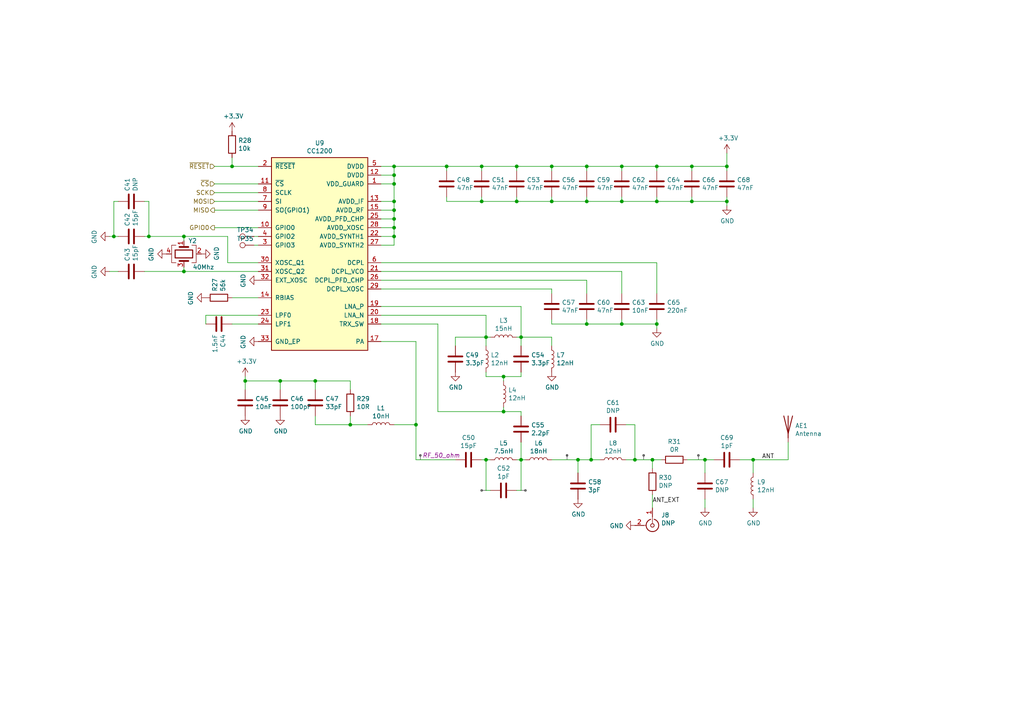
<source format=kicad_sch>
(kicad_sch (version 20230409) (generator eeschema)
  (paper "A4")
  (title_block (title "Troopers 23 Badge") (rev "r2") (company "Monad Gottfried Ltd. 2023") (comment 1 "for ERNW Enno Rey Netzwerke GmbH"))
  (lib_symbols
    (symbol "Connector:Conn_Coaxial" (pin_names (offset 1.016) hide)
      (property "Reference" "J" (at 0.254 3.048 0))
      (property "Value" "Conn_Coaxial" (at 2.921 0 90))
      (symbol "Conn_Coaxial_0_1"
        (arc (start -1.778 -0.508) (mid 0.2311 -1.8066) (end 1.778 0) (stroke (width 0.254)))
        (polyline (pts (xy -2.54 0) (xy -0.508 0)))
        (polyline (pts (xy 0 -2.54) (xy 0 -1.778)))
        (circle (center 0 0) (radius 0.508) (stroke (width 0.2032)))
        (arc (start 1.778 0) (mid 0.2099 1.8101) (end -1.778 0.508) (stroke (width 0.254)))
      )
      (symbol "Conn_Coaxial_1_1"
        (pin passive line (at -5.08 0 0) (length 2.54) (name "In") (number "1"))
        (pin passive line (at 0 -5.08 90) (length 2.54) (name "Ext") (number "2"))
      )
    )
    (symbol "Connector:TestPoint" (pin_numbers hide) (pin_names (offset 0.762) hide)
      (property "Reference" "TP" (at 0 6.858 0))
      (property "Value" "TestPoint" (at 0 5.08 0))
      (symbol "TestPoint_0_1"
        (circle (center 0 3.302) (radius 0.762))
      )
      (symbol "TestPoint_1_1"
        (pin passive line (at 0 0 90) (length 2.54) (name "1") (number "1"))
      )
    )
    (symbol "Device:Antenna" (pin_numbers hide) (pin_names (offset 1.016) hide)
      (property "Reference" "AE" (at -1.905 1.905 0))
      (property "Value" "Antenna" (at -1.905 0 0))
      (symbol "Antenna_0_1"
        (polyline (pts (xy 0 2.54) (xy 0 -3.81)) (stroke (width 0.254)))
        (polyline (pts (xy 1.27 2.54) (xy 0 -2.54) (xy -1.27 2.54)) (stroke (width 0.254)))
      )
      (symbol "Antenna_1_1"
        (pin input line (at 0 -5.08 90) (length 2.54) (name "A") (number "1"))
      )
    )
    (symbol "Device:C" (pin_numbers hide) (pin_names (offset 0.254))
      (property "Reference" "C" (at 0.635 2.54 0))
      (property "Value" "C" (at 0.635 -2.54 0))
      (symbol "C_0_1"
        (polyline (pts (xy -2.032 -0.762) (xy 2.032 -0.762)) (stroke (width 0.508)))
        (polyline (pts (xy -2.032 0.762) (xy 2.032 0.762)) (stroke (width 0.508)))
      )
      (symbol "C_1_1"
        (pin passive line (at 0 3.81 270) (length 2.794) (name "~") (number "1"))
        (pin passive line (at 0 -3.81 90) (length 2.794) (name "~") (number "2"))
      )
    )
    (symbol "Device:Crystal_GND24" (pin_names (offset 1.016) hide)
      (property "Reference" "Y" (at 3.175 5.08 0))
      (property "Value" "Crystal_GND24" (at 3.175 3.175 0))
      (symbol "Crystal_GND24_0_1"
        (rectangle (start -1.143 2.54) (end 1.143 -2.54) (stroke (width 0.3048)))
        (polyline (pts (xy -2.54 0) (xy -2.032 0)))
        (polyline (pts (xy -2.032 -1.27) (xy -2.032 1.27)) (stroke (width 0.508)))
        (polyline (pts (xy 0 -3.81) (xy 0 -3.556)))
        (polyline (pts (xy 0 3.556) (xy 0 3.81)))
        (polyline (pts (xy 2.032 -1.27) (xy 2.032 1.27)) (stroke (width 0.508)))
        (polyline (pts (xy 2.032 0) (xy 2.54 0)))
        (polyline (pts (xy -2.54 -2.286) (xy -2.54 -3.556) (xy 2.54 -3.556) (xy 2.54 -2.286)))
        (polyline (pts (xy -2.54 2.286) (xy -2.54 3.556) (xy 2.54 3.556) (xy 2.54 2.286)))
      )
      (symbol "Crystal_GND24_1_1"
        (pin passive line (at -3.81 0 0) (length 1.27) (name "1") (number "1"))
        (pin passive line (at 0 5.08 270) (length 1.27) (name "2") (number "2"))
        (pin passive line (at 3.81 0 180) (length 1.27) (name "3") (number "3"))
        (pin passive line (at 0 -5.08 90) (length 1.27) (name "4") (number "4"))
      )
    )
    (symbol "Device:L" (pin_numbers hide) (pin_names (offset 1.016) hide)
      (property "Reference" "L" (at -1.27 0 90))
      (property "Value" "L" (at 1.905 0 90))
      (symbol "L_0_1"
        (arc (start 0 -2.54) (mid 0.6323 -1.905) (end 0 -1.27))
        (arc (start 0 -1.27) (mid 0.6323 -0.635) (end 0 0))
        (arc (start 0 0) (mid 0.6323 0.635) (end 0 1.27))
        (arc (start 0 1.27) (mid 0.6323 1.905) (end 0 2.54))
      )
      (symbol "L_1_1"
        (pin passive line (at 0 3.81 270) (length 1.27) (name "1") (number "1"))
        (pin passive line (at 0 -3.81 90) (length 1.27) (name "2") (number "2"))
      )
    )
    (symbol "Device:R" (pin_numbers hide) (pin_names (offset 0))
      (property "Reference" "R" (at 2.032 0 90))
      (property "Value" "R" (at 0 0 90))
      (symbol "R_0_1"
        (rectangle (start -1.016 -2.54) (end 1.016 2.54) (stroke (width 0.254)))
      )
      (symbol "R_1_1"
        (pin passive line (at 0 3.81 270) (length 1.27) (name "~") (number "1"))
        (pin passive line (at 0 -3.81 90) (length 1.27) (name "~") (number "2"))
      )
    )
    (symbol "RF:CC1200" (pin_names (offset 1.016))
      (property "Reference" "U" (at -12.7 29.21 0))
      (property "Value" "CC1200" (at -10.16 -29.21 0))
      (symbol "CC1200_0_1"
        (rectangle (start -13.97 27.94) (end 13.97 -27.94) (stroke (width 0.254)) (fill (type background)))
      )
      (symbol "CC1200_1_1"
        (pin power_in line (at 17.78 20.32 180) (length 3.81) (name "VDD_GUARD") (number "1"))
        (pin bidirectional line (at -17.78 7.62 0) (length 3.81) (name "GPIO0") (number "10"))
        (pin input line (at -17.78 20.32 0) (length 3.81) (name "~{CS}") (number "11"))
        (pin power_in line (at 17.78 22.86 180) (length 3.81) (name "DVDD") (number "12"))
        (pin power_in line (at 17.78 15.24 180) (length 3.81) (name "AVDD_IF") (number "13"))
        (pin passive line (at -17.78 -12.7 0) (length 3.81) (name "RBIAS") (number "14"))
        (pin power_in line (at 17.78 12.7 180) (length 3.81) (name "AVDD_RF") (number "15"))
        (pin passive line (at 17.78 -25.4 180) (length 3.81) (name "PA") (number "17"))
        (pin passive line (at 17.78 -20.32 180) (length 3.81) (name "TRX_SW") (number "18"))
        (pin passive line (at 17.78 -15.24 180) (length 3.81) (name "LNA_P") (number "19"))
        (pin input line (at -17.78 25.4 0) (length 3.81) (name "~{RESET}") (number "2"))
        (pin passive line (at 17.78 -17.78 180) (length 3.81) (name "LNA_N") (number "20"))
        (pin power_out line (at 17.78 -5.08 180) (length 3.81) (name "DCPL_VCO") (number "21"))
        (pin power_in line (at 17.78 5.08 180) (length 3.81) (name "AVDD_SYNTH1") (number "22"))
        (pin passive line (at -17.78 -17.78 0) (length 3.81) (name "LPF0") (number "23"))
        (pin passive line (at -17.78 -20.32 0) (length 3.81) (name "LPF1") (number "24"))
        (pin power_in line (at 17.78 10.16 180) (length 3.81) (name "AVDD_PFD_CHP") (number "25"))
        (pin power_out line (at 17.78 -7.62 180) (length 3.81) (name "DCPL_PFD_CHP") (number "26"))
        (pin power_in line (at 17.78 2.54 180) (length 3.81) (name "AVDD_SYNTH2") (number "27"))
        (pin power_in line (at 17.78 7.62 180) (length 3.81) (name "AVDD_XOSC") (number "28"))
        (pin power_out line (at 17.78 -10.16 180) (length 3.81) (name "DCPL_XOSC") (number "29"))
        (pin bidirectional line (at -17.78 2.54 0) (length 3.81) (name "GPIO3") (number "3"))
        (pin passive line (at -17.78 -2.54 0) (length 3.81) (name "XOSC_Q1") (number "30"))
        (pin passive line (at -17.78 -5.08 0) (length 3.81) (name "XOSC_Q2") (number "31"))
        (pin input line (at -17.78 -7.62 0) (length 3.81) (name "EXT_XOSC") (number "32"))
        (pin power_in line (at -17.78 -25.4 0) (length 3.81) (name "GND_EP") (number "33"))
        (pin bidirectional line (at -17.78 5.08 0) (length 3.81) (name "GPIO2") (number "4"))
        (pin power_in line (at 17.78 25.4 180) (length 3.81) (name "DVDD") (number "5"))
        (pin power_out line (at 17.78 -2.54 180) (length 3.81) (name "DCPL") (number "6"))
        (pin input line (at -17.78 15.24 0) (length 3.81) (name "SI") (number "7"))
        (pin input line (at -17.78 17.78 0) (length 3.81) (name "SCLK") (number "8"))
        (pin bidirectional line (at -17.78 12.7 0) (length 3.81) (name "SO(GPIO1)") (number "9"))
      )
    )
    (symbol "power:+3.3V" (power) (pin_names (offset 0))
      (property "Value" "+3.3V" (at 0 3.556 0))
      (symbol "+3.3V_0_1"
        (polyline (pts (xy -0.762 1.27) (xy 0 2.54)))
        (polyline (pts (xy 0 0) (xy 0 2.54)))
        (polyline (pts (xy 0 2.54) (xy 0.762 1.27)))
      )
      (symbol "+3.3V_1_1"
        (pin power_in line (at 0 0 90) (length 0) hide (name "+3.3V") (number "1"))
      )
    )
    (symbol "power:GND" (power) (pin_names (offset 0))
      (property "Value" "GND" (at 0 -3.81 0))
      (symbol "GND_0_1"
        (polyline (pts (xy 0 0) (xy 0 -1.27) (xy 1.27 -1.27) (xy 0 -2.54) (xy -1.27 -1.27) (xy 0 -1.27)))
      )
      (symbol "GND_1_1"
        (pin power_in line (at 0 0 270) (length 0) hide (name "GND") (number "1"))
      )
    )
  )
  (junction (at 140.97 133.35))
  (junction (at 218.44 133.35))
  (junction (at 71.12 110.49))
  (junction (at 101.6 123.19))
  (junction (at 180.34 58.42))
  (junction (at 180.34 93.98))
  (junction (at 167.64 133.35))
  (junction (at 190.5 58.42))
  (junction (at 190.5 93.98))
  (junction (at 43.18 68.58))
  (junction (at 149.86 58.42))
  (junction (at 170.18 58.42))
  (junction (at 67.31 48.26))
  (junction (at 33.02 68.58))
  (junction (at 129.54 48.26))
  (junction (at 189.23 133.35))
  (junction (at 200.66 48.26))
  (junction (at 149.86 48.26))
  (junction (at 200.66 58.42))
  (junction (at 151.13 133.35))
  (junction (at 171.45 133.35))
  (junction (at 53.34 78.74))
  (junction (at 53.34 68.58))
  (junction (at 139.7 58.42))
  (junction (at 151.13 97.79))
  (junction (at 170.18 48.26))
  (junction (at 170.18 93.98))
  (junction (at 114.3 50.8))
  (junction (at 204.47 133.35))
  (junction (at 184.15 133.35))
  (junction (at 190.5 48.26))
  (junction (at 140.97 97.79))
  (junction (at 210.82 58.42))
  (junction (at 114.3 58.42))
  (junction (at 120.65 123.19))
  (junction (at 160.02 48.26))
  (junction (at 114.3 68.58))
  (junction (at 114.3 60.96))
  (junction (at 114.3 66.04))
  (junction (at 146.05 119.38))
  (junction (at 180.34 48.26))
  (junction (at 139.7 48.26))
  (junction (at 114.3 48.26))
  (junction (at 81.28 110.49))
  (junction (at 146.05 109.22))
  (junction (at 160.02 58.42))
  (junction (at 91.44 110.49))
  (junction (at 114.3 63.5))
  (junction (at 114.3 53.34))
  (junction (at 210.82 48.26))
  (wire (pts (xy 101.6 123.19) (xy 101.6 120.65)))
  (wire (pts (xy 129.54 58.42) (xy 129.54 57.15)))
  (wire (pts (xy 110.49 58.42) (xy 114.3 58.42)))
  (wire (pts (xy 200.66 57.15) (xy 200.66 58.42)))
  (wire (pts (xy 140.97 133.35) (xy 140.97 142.24)))
  (wire (pts (xy 53.34 68.58) (xy 43.18 68.58)))
  (wire (pts (xy 74.93 53.34) (xy 62.23 53.34)))
  (wire (pts (xy 127 93.98) (xy 127 119.38)))
  (wire (pts (xy 41.91 58.42) (xy 43.18 58.42)))
  (wire (pts (xy 114.3 123.19) (xy 120.65 123.19)))
  (wire (pts (xy 71.12 113.03) (xy 71.12 110.49)))
  (wire (pts (xy 189.23 147.32) (xy 189.23 143.51)))
  (wire (pts (xy 139.7 58.42) (xy 129.54 58.42)))
  (wire (pts (xy 110.49 66.04) (xy 114.3 66.04)))
  (wire (pts (xy 190.5 57.15) (xy 190.5 58.42)))
  (wire (pts (xy 190.5 49.53) (xy 190.5 48.26)))
  (wire (pts (xy 53.34 78.74) (xy 53.34 77.47)))
  (wire (pts (xy 160.02 97.79) (xy 160.02 100.33)))
  (wire (pts (xy 120.65 123.19) (xy 120.65 133.35)))
  (wire (pts (xy 173.99 123.19) (xy 171.45 123.19)))
  (wire (pts (xy 151.13 100.33) (xy 151.13 97.79)))
  (wire (pts (xy 53.34 68.58) (xy 53.34 69.85)))
  (wire (pts (xy 120.65 99.06) (xy 120.65 123.19)))
  (wire (pts (xy 204.47 137.16) (xy 204.47 133.35)))
  (wire (pts (xy 114.3 50.8) (xy 114.3 48.26)))
  (wire (pts (xy 91.44 113.03) (xy 91.44 110.49)))
  (wire (pts (xy 160.02 83.82) (xy 160.02 85.09)))
  (wire (pts (xy 129.54 49.53) (xy 129.54 48.26)))
  (wire (pts (xy 180.34 48.26) (xy 190.5 48.26)))
  (wire (pts (xy 139.7 49.53) (xy 139.7 48.26)))
  (wire (pts (xy 146.05 109.22) (xy 151.13 109.22)))
  (wire (pts (xy 140.97 100.33) (xy 140.97 97.79)))
  (wire (pts (xy 160.02 49.53) (xy 160.02 48.26)))
  (wire (pts (xy 180.34 78.74) (xy 180.34 85.09)))
  (wire (pts (xy 149.86 97.79) (xy 151.13 97.79)))
  (wire (pts (xy 140.97 142.24) (xy 142.24 142.24)))
  (wire (pts (xy 170.18 48.26) (xy 180.34 48.26)))
  (wire (pts (xy 184.15 123.19) (xy 184.15 133.35)))
  (wire (pts (xy 132.08 97.79) (xy 140.97 97.79)))
  (wire (pts (xy 171.45 123.19) (xy 171.45 133.35)))
  (wire (pts (xy 67.31 48.26) (xy 74.93 48.26)))
  (wire (pts (xy 74.93 78.74) (xy 53.34 78.74)))
  (wire (pts (xy 199.39 133.35) (xy 204.47 133.35)))
  (wire (pts (xy 91.44 120.65) (xy 91.44 123.19)))
  (wire (pts (xy 146.05 110.49) (xy 146.05 109.22)))
  (wire (pts (xy 62.23 60.96) (xy 74.93 60.96)))
  (wire (pts (xy 151.13 133.35) (xy 152.4 133.35)))
  (wire (pts (xy 114.3 53.34) (xy 114.3 50.8)))
  (wire (pts (xy 200.66 58.42) (xy 190.5 58.42)))
  (wire (pts (xy 114.3 63.5) (xy 114.3 60.96)))
  (wire (pts (xy 170.18 58.42) (xy 160.02 58.42)))
  (wire (pts (xy 151.13 128.27) (xy 151.13 133.35)))
  (wire (pts (xy 139.7 48.26) (xy 149.86 48.26)))
  (wire (pts (xy 218.44 147.32) (xy 218.44 144.78)))
  (wire (pts (xy 171.45 133.35) (xy 173.99 133.35)))
  (wire (pts (xy 170.18 92.71) (xy 170.18 93.98)))
  (wire (pts (xy 110.49 60.96) (xy 114.3 60.96)))
  (wire (pts (xy 170.18 93.98) (xy 180.34 93.98)))
  (wire (pts (xy 151.13 109.22) (xy 151.13 107.95)))
  (wire (pts (xy 114.3 66.04) (xy 114.3 63.5)))
  (wire (pts (xy 204.47 147.32) (xy 204.47 144.78)))
  (wire (pts (xy 73.66 71.12) (xy 74.93 71.12)))
  (wire (pts (xy 170.18 81.28) (xy 170.18 85.09)))
  (wire (pts (xy 189.23 135.89) (xy 189.23 133.35)))
  (wire (pts (xy 31.75 78.74) (xy 34.29 78.74)))
  (wire (pts (xy 110.49 78.74) (xy 180.34 78.74)))
  (wire (pts (xy 210.82 57.15) (xy 210.82 58.42)))
  (wire (pts (xy 73.66 68.58) (xy 74.93 68.58)))
  (wire (pts (xy 200.66 48.26) (xy 210.82 48.26)))
  (wire (pts (xy 190.5 48.26) (xy 200.66 48.26)))
  (wire (pts (xy 151.13 97.79) (xy 160.02 97.79)))
  (wire (pts (xy 149.86 49.53) (xy 149.86 48.26)))
  (wire (pts (xy 110.49 93.98) (xy 127 93.98)))
  (wire (pts (xy 149.86 48.26) (xy 160.02 48.26)))
  (wire (pts (xy 110.49 68.58) (xy 114.3 68.58)))
  (wire (pts (xy 160.02 58.42) (xy 149.86 58.42)))
  (wire (pts (xy 66.04 68.58) (xy 53.34 68.58)))
  (wire (pts (xy 146.05 119.38) (xy 151.13 119.38)))
  (wire (pts (xy 151.13 142.24) (xy 151.13 133.35)))
  (wire (pts (xy 110.49 48.26) (xy 114.3 48.26)))
  (wire (pts (xy 91.44 123.19) (xy 101.6 123.19)))
  (wire (pts (xy 62.23 48.26) (xy 67.31 48.26)))
  (wire (pts (xy 74.93 55.88) (xy 62.23 55.88)))
  (wire (pts (xy 181.61 123.19) (xy 184.15 123.19)))
  (wire (pts (xy 81.28 110.49) (xy 91.44 110.49)))
  (wire (pts (xy 160.02 93.98) (xy 170.18 93.98)))
  (wire (pts (xy 200.66 49.53) (xy 200.66 48.26)))
  (wire (pts (xy 33.02 68.58) (xy 33.02 58.42)))
  (wire (pts (xy 149.86 57.15) (xy 149.86 58.42)))
  (wire (pts (xy 110.49 83.82) (xy 160.02 83.82)))
  (wire (pts (xy 140.97 133.35) (xy 142.24 133.35)))
  (wire (pts (xy 71.12 109.22) (xy 71.12 110.49)))
  (wire (pts (xy 110.49 76.2) (xy 190.5 76.2)))
  (wire (pts (xy 114.3 68.58) (xy 114.3 66.04)))
  (wire (pts (xy 167.64 133.35) (xy 167.64 137.16)))
  (wire (pts (xy 189.23 133.35) (xy 191.77 133.35)))
  (wire (pts (xy 114.3 71.12) (xy 114.3 68.58)))
  (wire (pts (xy 81.28 113.03) (xy 81.28 110.49)))
  (wire (pts (xy 140.97 97.79) (xy 142.24 97.79)))
  (wire (pts (xy 228.6 133.35) (xy 228.6 128.27)))
  (wire (pts (xy 140.97 109.22) (xy 146.05 109.22)))
  (wire (pts (xy 210.82 44.45) (xy 210.82 48.26)))
  (wire (pts (xy 67.31 45.72) (xy 67.31 48.26)))
  (wire (pts (xy 91.44 110.49) (xy 101.6 110.49)))
  (wire (pts (xy 33.02 58.42) (xy 34.29 58.42)))
  (wire (pts (xy 139.7 133.35) (xy 140.97 133.35)))
  (wire (pts (xy 184.15 133.35) (xy 181.61 133.35)))
  (wire (pts (xy 43.18 58.42) (xy 43.18 68.58)))
  (wire (pts (xy 74.93 66.04) (xy 62.23 66.04)))
  (wire (pts (xy 110.49 81.28) (xy 170.18 81.28)))
  (wire (pts (xy 190.5 93.98) (xy 190.5 92.71)))
  (wire (pts (xy 67.31 86.36) (xy 74.93 86.36)))
  (wire (pts (xy 59.69 91.44) (xy 59.69 93.98)))
  (wire (pts (xy 170.18 49.53) (xy 170.18 48.26)))
  (wire (pts (xy 66.04 76.2) (xy 74.93 76.2)))
  (wire (pts (xy 110.49 88.9) (xy 151.13 88.9)))
  (wire (pts (xy 140.97 91.44) (xy 140.97 97.79)))
  (wire (pts (xy 160.02 133.35) (xy 167.64 133.35)))
  (wire (pts (xy 74.93 58.42) (xy 62.23 58.42)))
  (wire (pts (xy 180.34 92.71) (xy 180.34 93.98)))
  (wire (pts (xy 214.63 133.35) (xy 218.44 133.35)))
  (wire (pts (xy 170.18 57.15) (xy 170.18 58.42)))
  (wire (pts (xy 146.05 118.11) (xy 146.05 119.38)))
  (wire (pts (xy 190.5 58.42) (xy 180.34 58.42)))
  (wire (pts (xy 43.18 68.58) (xy 41.91 68.58)))
  (wire (pts (xy 140.97 107.95) (xy 140.97 109.22)))
  (wire (pts (xy 110.49 71.12) (xy 114.3 71.12)))
  (wire (pts (xy 210.82 58.42) (xy 200.66 58.42)))
  (wire (pts (xy 160.02 57.15) (xy 160.02 58.42)))
  (wire (pts (xy 204.47 133.35) (xy 207.01 133.35)))
  (wire (pts (xy 151.13 119.38) (xy 151.13 120.65)))
  (wire (pts (xy 218.44 133.35) (xy 228.6 133.35)))
  (wire (pts (xy 180.34 49.53) (xy 180.34 48.26)))
  (wire (pts (xy 110.49 50.8) (xy 114.3 50.8)))
  (wire (pts (xy 180.34 57.15) (xy 180.34 58.42)))
  (wire (pts (xy 210.82 48.26) (xy 210.82 49.53)))
  (wire (pts (xy 151.13 88.9) (xy 151.13 97.79)))
  (wire (pts (xy 74.93 91.44) (xy 59.69 91.44)))
  (wire (pts (xy 167.64 133.35) (xy 171.45 133.35)))
  (wire (pts (xy 67.31 93.98) (xy 74.93 93.98)))
  (wire (pts (xy 33.02 68.58) (xy 34.29 68.58)))
  (wire (pts (xy 139.7 57.15) (xy 139.7 58.42)))
  (wire (pts (xy 160.02 92.71) (xy 160.02 93.98)))
  (wire (pts (xy 160.02 48.26) (xy 170.18 48.26)))
  (wire (pts (xy 190.5 76.2) (xy 190.5 85.09)))
  (wire (pts (xy 190.5 95.25) (xy 190.5 93.98)))
  (wire (pts (xy 41.91 78.74) (xy 53.34 78.74)))
  (wire (pts (xy 129.54 48.26) (xy 139.7 48.26)))
  (wire (pts (xy 101.6 110.49) (xy 101.6 113.03)))
  (wire (pts (xy 114.3 58.42) (xy 114.3 53.34)))
  (wire (pts (xy 101.6 123.19) (xy 106.68 123.19)))
  (wire (pts (xy 110.49 99.06) (xy 120.65 99.06)))
  (wire (pts (xy 110.49 53.34) (xy 114.3 53.34)))
  (wire (pts (xy 110.49 91.44) (xy 140.97 91.44)))
  (wire (pts (xy 149.86 133.35) (xy 151.13 133.35)))
  (wire (pts (xy 31.75 68.58) (xy 33.02 68.58)))
  (wire (pts (xy 71.12 110.49) (xy 81.28 110.49)))
  (wire (pts (xy 132.08 133.35) (xy 120.65 133.35)))
  (wire (pts (xy 66.04 76.2) (xy 66.04 68.58)))
  (wire (pts (xy 180.34 58.42) (xy 170.18 58.42)))
  (wire (pts (xy 218.44 133.35) (xy 218.44 137.16)))
  (wire (pts (xy 180.34 93.98) (xy 190.5 93.98)))
  (wire (pts (xy 132.08 100.33) (xy 132.08 97.79)))
  (wire (pts (xy 149.86 58.42) (xy 139.7 58.42)))
  (wire (pts (xy 149.86 142.24) (xy 151.13 142.24)))
  (wire (pts (xy 110.49 63.5) (xy 114.3 63.5)))
  (wire (pts (xy 210.82 59.69) (xy 210.82 58.42)))
  (wire (pts (xy 114.3 48.26) (xy 129.54 48.26)))
  (wire (pts (xy 127 119.38) (xy 146.05 119.38)))
  (wire (pts (xy 114.3 60.96) (xy 114.3 58.42)))
  (wire (pts (xy 184.15 133.35) (xy 189.23 133.35)))
  (label "ANT" (at 220.98 133.35 0))
  (label "ANT_EXT" (at 189.23 146.05 0))
  (hierarchical_label "~{RESET}" (shape input) (at 62.23 48.26 180))
  (hierarchical_label "SCK" (shape input) (at 62.23 55.88 180))
  (hierarchical_label "GPIO0" (shape output) (at 62.23 66.04 180))
  (hierarchical_label "MISO" (shape output) (at 62.23 60.96 180))
  (hierarchical_label "MOSI" (shape input) (at 62.23 58.42 180))
  (hierarchical_label "~{CS}" (shape input) (at 62.23 53.34 180))
  (netclass_flag "" (length 1.27) (shape dot) (at 151.13 142.24 270) (property "Netclass" "RF_50_ohm" (effects hide)))
  (netclass_flag "" (length 1.27) (shape dot) (at 121.92 133.35 0) (property "Netclass" "RF_50_ohm" (at 122.5296 132.08 0) (effects (font italic) (justify left))))
  (netclass_flag "" (length 1.27) (shape dot) (at 202.565 133.35 0) (property "Netclass" "RF_50_ohm" (effects hide)))
  (netclass_flag "" (length 1.27) (shape dot) (at 140.97 142.24 90) (property "Netclass" "RF_50_ohm" (effects hide)))
  (netclass_flag "" (length 1.27) (shape dot) (at 186.69 133.35 0) (property "Netclass" "RF_50_ohm" (effects hide)))
  (netclass_flag "" (length 1.27) (shape dot) (at 164.465 133.35 0) (property "Netclass" "RF_50_ohm" (effects hide)))
  (symbol (lib_id "Device:C") (at 129.54 53.34 0) (unit 1)
    (property "Reference" "C48" (at 132.461 52.1716 0) (effects (justify left)))
    (property "Value" "47nF" (at 132.461 54.483 0) (effects (justify left)))
    (property "Footprint" "Capacitor_SMD:C_0402_1005Metric" (effects hide))
    (property "Tempco" "X5R" (effects hide))
  )
  (symbol (lib_id "Device:C") (at 139.7 53.34 0) (unit 1)
    (property "Reference" "C51" (at 142.621 52.1716 0) (effects (justify left)))
    (property "Value" "47nF" (at 142.621 54.483 0) (effects (justify left)))
    (property "Footprint" "Capacitor_SMD:C_0402_1005Metric" (effects hide))
    (property "Tempco" "X5R" (effects hide))
  )
  (symbol (lib_id "Device:C") (at 149.86 53.34 0) (unit 1)
    (property "Reference" "C53" (at 152.781 52.1716 0) (effects (justify left)))
    (property "Value" "47nF" (at 152.781 54.483 0) (effects (justify left)))
    (property "Footprint" "Capacitor_SMD:C_0402_1005Metric" (effects hide))
    (property "Tempco" "X5R" (effects hide))
  )
  (symbol (lib_id "Device:C") (at 160.02 53.34 0) (unit 1)
    (property "Reference" "C56" (at 162.941 52.1716 0) (effects (justify left)))
    (property "Value" "47nF" (at 162.941 54.483 0) (effects (justify left)))
    (property "Footprint" "Capacitor_SMD:C_0402_1005Metric" (effects hide))
    (property "Tempco" "X5R" (effects hide))
  )
  (symbol (lib_id "Device:C") (at 170.18 53.34 0) (unit 1)
    (property "Reference" "C59" (at 173.101 52.1716 0) (effects (justify left)))
    (property "Value" "47nF" (at 173.101 54.483 0) (effects (justify left)))
    (property "Footprint" "Capacitor_SMD:C_0402_1005Metric" (effects hide))
    (property "Tempco" "X5R" (effects hide))
  )
  (symbol (lib_id "Device:C") (at 180.34 53.34 0) (unit 1)
    (property "Reference" "C62" (at 183.261 52.1716 0) (effects (justify left)))
    (property "Value" "47nF" (at 183.261 54.483 0) (effects (justify left)))
    (property "Footprint" "Capacitor_SMD:C_0402_1005Metric" (effects hide))
    (property "Tempco" "X5R" (effects hide))
  )
  (symbol (lib_id "Device:C") (at 190.5 53.34 0) (unit 1)
    (property "Reference" "C64" (at 193.421 52.1716 0) (effects (justify left)))
    (property "Value" "47nF" (at 193.421 54.483 0) (effects (justify left)))
    (property "Footprint" "Capacitor_SMD:C_0402_1005Metric" (effects hide))
    (property "Tempco" "X5R" (effects hide))
  )
  (symbol (lib_id "Device:C") (at 200.66 53.34 0) (unit 1)
    (property "Reference" "C66" (at 203.581 52.1716 0) (effects (justify left)))
    (property "Value" "47nF" (at 203.581 54.483 0) (effects (justify left)))
    (property "Footprint" "Capacitor_SMD:C_0402_1005Metric" (effects hide))
    (property "Tempco" "X5R" (effects hide))
  )
  (symbol (lib_id "Device:C") (at 210.82 53.34 0) (unit 1)
    (property "Reference" "C68" (at 213.741 52.1716 0) (effects (justify left)))
    (property "Value" "47nF" (at 213.741 54.483 0) (effects (justify left)))
    (property "Footprint" "Capacitor_SMD:C_0402_1005Metric" (effects hide))
    (property "Tempco" "X5R" (effects hide))
  )
  (symbol (lib_id "Device:C") (at 160.02 88.9 0) (unit 1)
    (property "Reference" "C57" (at 162.941 87.7316 0) (effects (justify left)))
    (property "Value" "47nF" (at 162.941 90.043 0) (effects (justify left)))
    (property "Footprint" "Capacitor_SMD:C_0402_1005Metric" (effects hide))
    (property "Tempco" "X5R" (effects hide))
  )
  (symbol (lib_id "Device:C") (at 170.18 88.9 0) (unit 1)
    (property "Reference" "C60" (at 173.101 87.7316 0) (effects (justify left)))
    (property "Value" "47nF" (at 173.101 90.043 0) (effects (justify left)))
    (property "Footprint" "Capacitor_SMD:C_0402_1005Metric" (effects hide))
    (property "Tempco" "X5R" (effects hide))
  )
  (symbol (lib_id "Device:C") (at 180.34 88.9 0) (unit 1)
    (property "Reference" "C63" (at 183.261 87.7316 0) (effects (justify left)))
    (property "Value" "10nF" (at 183.261 90.043 0) (effects (justify left)))
    (property "Footprint" "Capacitor_SMD:C_0402_1005Metric" (effects hide))
  )
  (symbol (lib_id "Device:C") (at 190.5 88.9 0) (unit 1)
    (property "Reference" "C65" (at 193.421 87.7316 0) (effects (justify left)))
    (property "Value" "220nF" (at 193.421 90.043 0) (effects (justify left)))
    (property "Footprint" "Capacitor_SMD:C_0402_1005Metric" (effects hide))
  )
  (symbol (lib_id "power:+3.3V") (at 210.82 44.45 0) (unit 1)
    (property "Reference" "#PWR0149" (effects hide))
    (property "Value" "+3.3V" (at 211.201 40.0558 0))
  )
  (symbol (lib_id "power:GND") (at 210.82 59.69 0) (unit 1)
    (property "Reference" "#PWR0150" (effects hide))
    (property "Value" "GND" (at 210.947 64.0842 0))
  )
  (symbol (lib_id "power:GND") (at 190.5 95.25 0) (unit 1)
    (property "Reference" "#PWR0147" (effects hide))
    (property "Value" "GND" (at 190.627 99.6442 0))
  )
  (symbol (lib_id "Device:L") (at 160.02 104.14 0) (unit 1)
    (property "Reference" "L7" (at 161.3662 102.9716 0) (effects (justify left)))
    (property "Value" "12nH" (at 161.3662 105.283 0) (effects (justify left)))
    (property "Footprint" "Inductor_SMD:L_0402_1005Metric" (effects hide))
    (property "MPN" "LQW15AN12NJ00D" (effects hide))
    (property "LCSC" "C82920" (effects hide))
    (property "Manufacturer" "Murata" (effects hide))
  )
  (symbol (lib_id "Device:L") (at 146.05 97.79 90) (unit 1)
    (property "Reference" "L3" (at 146.05 92.964 90))
    (property "Value" "15nH" (at 146.05 95.2754 90))
    (property "Footprint" "Inductor_SMD:L_0402_1005Metric" (effects hide))
    (property "MPN" "LQW15AN15NJ00D" (effects hide))
    (property "LCSC" "C94079 " (effects hide))
    (property "Manufacturer" "Murata" (effects hide))
  )
  (symbol (lib_id "Device:C") (at 151.13 104.14 0) (unit 1)
    (property "Reference" "C54" (at 154.051 102.9716 0) (effects (justify left)))
    (property "Value" "3.3pF" (at 154.051 105.283 0) (effects (justify left)))
    (property "Footprint" "Capacitor_SMD:C_0402_1005Metric" (effects hide))
    (property "Tempco" "C0G" (effects hide))
  )
  (symbol (lib_id "Device:L") (at 140.97 104.14 0) (unit 1)
    (property "Reference" "L2" (at 142.3162 102.9716 0) (effects (justify left)))
    (property "Value" "12nH" (at 142.3162 105.283 0) (effects (justify left)))
    (property "Footprint" "Inductor_SMD:L_0402_1005Metric" (effects hide))
    (property "MPN" "LQW15AN12NJ00D" (effects hide))
    (property "LCSC" "C82920" (effects hide))
    (property "Manufacturer" "Murata" (effects hide))
  )
  (symbol (lib_id "Device:C") (at 132.08 104.14 0) (unit 1)
    (property "Reference" "C49" (at 135.001 102.9716 0) (effects (justify left)))
    (property "Value" "3.3pF" (at 135.001 105.283 0) (effects (justify left)))
    (property "Footprint" "Capacitor_SMD:C_0402_1005Metric" (effects hide))
    (property "Tempco" "C0G" (effects hide))
  )
  (symbol (lib_id "power:GND") (at 160.02 107.95 0) (unit 1)
    (property "Reference" "#PWR0144" (effects hide))
    (property "Value" "GND" (at 160.147 112.3442 0))
  )
  (symbol (lib_id "power:GND") (at 132.08 107.95 0) (unit 1)
    (property "Reference" "#PWR0143" (effects hide))
    (property "Value" "GND" (at 132.207 112.3442 0))
  )
  (symbol (lib_id "Device:C") (at 63.5 93.98 270) (unit 1)
    (property "Reference" "C44" (at 64.6684 96.901 0) (effects (justify left)))
    (property "Value" "1.5nF" (at 62.357 96.901 0) (effects (justify left)))
    (property "Footprint" "Capacitor_SMD:C_0402_1005Metric" (effects hide))
    (property "Tempco" " U2J / UJ / C0G" (effects hide))
  )
  (symbol (lib_id "RF:CC1200") (at 92.71 73.66 0) (unit 1)
    (property "Reference" "U9" (at 92.71 41.4782 0))
    (property "Value" "CC1200" (at 92.71 43.7896 0))
    (property "Footprint" "Package_DFN_QFN:QFN-32-1EP_5x5mm_P0.5mm_EP3.45x3.45mm" (effects hide))
    (property "Datasheet" "http://www.ti.com/lit/ds/symlink/cc1200.pdf" (effects hide))
    (property "MPN" "CC1200" (effects hide))
    (property "LCSC" "C122881" (effects hide))
    (property "Manufacturer" "Texas Instruments" (effects hide))
  )
  (symbol (lib_id "Device:R") (at 63.5 86.36 90) (unit 1)
    (property "Reference" "R27" (at 62.3316 84.582 0) (effects (justify left)))
    (property "Value" "56k" (at 64.643 84.582 0) (effects (justify left)))
    (property "Footprint" "Resistor_SMD:R_0402_1005Metric" (effects hide))
  )
  (symbol (lib_id "power:GND") (at 59.69 86.36 270) (unit 1)
    (property "Reference" "#PWR0136" (effects hide))
    (property "Value" "GND" (at 55.2958 86.487 0))
  )
  (symbol (lib_id "power:GND") (at 74.93 81.28 270) (unit 1)
    (property "Reference" "#PWR0140" (effects hide))
    (property "Value" "GND" (at 70.5358 81.407 0))
  )
  (symbol (lib_id "Device:Crystal_GND24") (at 53.34 73.66 270) (unit 1)
    (property "Reference" "Y2" (at 54.61 69.85 90) (effects (justify left)))
    (property "Value" "40Mhz" (at 55.88 77.47 90) (effects (justify left)))
    (property "Footprint" "Crystal:Crystal_SMD_3225-4Pin_3.2x2.5mm" (effects hide))
    (property "MPN" "X1E000021017700" (effects hide))
    (property "LCSC" "C255943" (effects hide))
    (property "Manufacturer" "Seiko Epson" (effects hide))
  )
  (symbol (lib_id "Device:C") (at 38.1 68.58 90) (unit 1)
    (property "Reference" "C42" (at 36.9316 65.659 0) (effects (justify left)))
    (property "Value" "15pF" (at 39.243 65.659 0) (effects (justify left)))
    (property "Footprint" "Capacitor_SMD:C_0402_1005Metric" (effects hide))
    (property "Tempco" "C0G" (effects hide))
  )
  (symbol (lib_id "Device:C") (at 38.1 78.74 90) (unit 1)
    (property "Reference" "C43" (at 36.9316 75.819 0) (effects (justify left)))
    (property "Value" "15pF" (at 39.243 75.819 0) (effects (justify left)))
    (property "Footprint" "Capacitor_SMD:C_0402_1005Metric" (effects hide))
    (property "Tempco" "C0G" (effects hide))
  )
  (symbol (lib_id "Device:C") (at 71.12 116.84 0) (unit 1)
    (property "Reference" "C45" (at 74.041 115.6716 0) (effects (justify left)))
    (property "Value" "10nF" (at 74.041 117.983 0) (effects (justify left)))
    (property "Footprint" "Capacitor_SMD:C_0402_1005Metric" (effects hide))
  )
  (symbol (lib_id "Device:C") (at 81.28 116.84 0) (unit 1)
    (property "Reference" "C46" (at 84.201 115.6716 0) (effects (justify left)))
    (property "Value" "100pF" (at 84.201 117.983 0) (effects (justify left)))
    (property "Footprint" "Capacitor_SMD:C_0402_1005Metric" (effects hide))
    (property "Tempco" "C0G" (effects hide))
  )
  (symbol (lib_id "Device:C") (at 91.44 116.84 0) (unit 1)
    (property "Reference" "C47" (at 94.361 115.6716 0) (effects (justify left)))
    (property "Value" "33pF" (at 94.361 117.983 0) (effects (justify left)))
    (property "Footprint" "Capacitor_SMD:C_0402_1005Metric" (effects hide))
    (property "Tempco" "C0G" (effects hide))
  )
  (symbol (lib_id "Device:R") (at 101.6 116.84 0) (unit 1)
    (property "Reference" "R29" (at 103.378 115.6716 0) (effects (justify left)))
    (property "Value" "10R" (at 103.378 117.983 0) (effects (justify left)))
    (property "Footprint" "Resistor_SMD:R_0402_1005Metric" (effects hide))
  )
  (symbol (lib_id "power:+3.3V") (at 71.12 109.22 0) (unit 1)
    (property "Reference" "#PWR0138" (effects hide))
    (property "Value" "+3.3V" (at 71.501 104.8258 0))
  )
  (symbol (lib_id "power:GND") (at 71.12 120.65 0) (unit 1)
    (property "Reference" "#PWR0139" (effects hide))
    (property "Value" "GND" (at 71.247 125.0442 0))
  )
  (symbol (lib_id "power:GND") (at 81.28 120.65 0) (unit 1)
    (property "Reference" "#PWR0142" (effects hide))
    (property "Value" "GND" (at 81.407 125.0442 0))
  )
  (symbol (lib_id "Device:L") (at 110.49 123.19 90) (unit 1)
    (property "Reference" "L1" (at 110.49 118.364 90))
    (property "Value" "10nH" (at 110.49 120.6754 90))
    (property "Footprint" "Inductor_SMD:L_0402_1005Metric" (effects hide))
    (property "MPN" "LQW15AN10NJ00D" (effects hide))
    (property "LCSC" "C184029 " (effects hide))
    (property "Manufacturer" "Murata" (effects hide))
  )
  (symbol (lib_id "Device:C") (at 135.89 133.35 270) (unit 1)
    (property "Reference" "C50" (at 135.89 126.9492 90))
    (property "Value" "15pF" (at 135.89 129.2606 90))
    (property "Footprint" "Capacitor_SMD:C_0402_1005Metric" (effects hide))
    (property "Tempco" "C0G" (effects hide))
  )
  (symbol (lib_id "Device:L") (at 146.05 133.35 90) (unit 1)
    (property "Reference" "L5" (at 146.05 128.524 90))
    (property "Value" "7.5nH" (at 146.05 130.8354 90))
    (property "Footprint" "Inductor_SMD:L_0402_1005Metric" (effects hide))
    (property "LCSC" "C82918" (effects hide))
    (property "MPN" "LQW15AN7N5G00D" (effects hide))
    (property "Manufacturer" "Murata" (effects hide))
  )
  (symbol (lib_id "Device:L") (at 156.21 133.35 90) (unit 1)
    (property "Reference" "L6" (at 156.21 128.524 90))
    (property "Value" "18nH" (at 156.21 130.8354 90))
    (property "Footprint" "Inductor_SMD:L_0402_1005Metric" (effects hide))
    (property "MPN" "LQW15AN18NJ00D" (effects hide))
    (property "LCSC" "C82917" (effects hide))
    (property "Manufacturer" "Murata" (effects hide))
  )
  (symbol (lib_id "Device:C") (at 146.05 142.24 270) (unit 1)
    (property "Reference" "C52" (at 146.05 135.8392 90))
    (property "Value" "1pF" (at 146.05 138.1506 90))
    (property "Footprint" "Capacitor_SMD:C_0402_1005Metric" (effects hide))
    (property "Tempco" "C0G" (effects hide))
  )
  (symbol (lib_id "power:GND") (at 31.75 68.58 270) (unit 1)
    (property "Reference" "#PWR0132" (effects hide))
    (property "Value" "GND" (at 27.3558 68.707 0))
  )
  (symbol (lib_id "power:GND") (at 31.75 78.74 270) (unit 1)
    (property "Reference" "#PWR0133" (effects hide))
    (property "Value" "GND" (at 27.3558 78.867 0))
  )
  (symbol (lib_id "Device:C") (at 151.13 124.46 0) (unit 1)
    (property "Reference" "C55" (at 154.051 123.2916 0) (effects (justify left)))
    (property "Value" "2.2pF" (at 154.051 125.603 0) (effects (justify left)))
    (property "Footprint" "Capacitor_SMD:C_0402_1005Metric" (effects hide))
    (property "Tempco" "C0G" (effects hide))
  )
  (symbol (lib_id "Connector:TestPoint") (at 73.66 68.58 90) (unit 1) (in_bom no)
    (property "Reference" "TP34" (at 71.12 66.675 90))
    (property "Value" "~" (at 71.8312 65.9384 90))
    (property "Footprint" "TestPoint:TestPoint_Pad_D1.0mm" (effects hide))
  )
  (symbol (lib_id "Connector:TestPoint") (at 73.66 71.12 90) (unit 1) (in_bom no)
    (property "Reference" "TP35" (at 71.12 69.215 90))
    (property "Value" "~" (at 71.8312 68.4784 90))
    (property "Footprint" "TestPoint:TestPoint_Pad_D1.0mm" (effects hide))
  )
  (symbol (lib_id "power:GND") (at 74.93 99.06 270) (unit 1)
    (property "Reference" "#PWR0141" (effects hide))
    (property "Value" "GND" (at 70.5358 99.187 0))
  )
  (symbol (lib_id "Device:C") (at 167.64 140.97 180) (unit 1)
    (property "Reference" "C58" (at 170.561 139.8016 0) (effects (justify right)))
    (property "Value" "3pF" (at 170.561 142.113 0) (effects (justify right)))
    (property "Footprint" "Capacitor_SMD:C_0402_1005Metric" (effects hide))
    (property "Tempco" "C0G" (effects hide))
  )
  (symbol (lib_id "Device:L") (at 177.8 133.35 90) (unit 1)
    (property "Reference" "L8" (at 177.8 128.524 90))
    (property "Value" "12nH" (at 177.8 130.8354 90))
    (property "Footprint" "Inductor_SMD:L_0402_1005Metric" (effects hide))
    (property "MPN" "LQW15AN12NJ00D" (effects hide))
    (property "LCSC" "C82920" (effects hide))
    (property "Manufacturer" "Murata" (effects hide))
  )
  (symbol (lib_id "Device:C") (at 177.8 123.19 90) (unit 1)
    (property "Reference" "C61" (at 177.8 116.7892 90))
    (property "Value" "DNP" (at 177.8 119.1006 90))
    (property "Footprint" "Capacitor_SMD:C_0402_1005Metric" (effects hide))
  )
  (symbol (lib_id "Device:R") (at 195.58 133.35 270) (unit 1)
    (property "Reference" "R31" (at 195.58 128.0922 90))
    (property "Value" "0R" (at 195.58 130.4036 90))
    (property "Footprint" "Resistor_SMD:R_0402_1005Metric" (effects hide))
  )
  (symbol (lib_id "Device:R") (at 189.23 139.7 180) (unit 1)
    (property "Reference" "R30" (at 191.008 138.5316 0) (effects (justify right)))
    (property "Value" "DNP" (at 191.008 140.843 0) (effects (justify right)))
    (property "Footprint" "Resistor_SMD:R_0402_1005Metric" (effects hide))
  )
  (symbol (lib_id "Device:L") (at 146.05 114.3 0) (unit 1)
    (property "Reference" "L4" (at 147.3962 113.1316 0) (effects (justify left)))
    (property "Value" "12nH" (at 147.3962 115.443 0) (effects (justify left)))
    (property "Footprint" "Inductor_SMD:L_0402_1005Metric" (effects hide))
    (property "LCSC" "C82920" (effects hide))
    (property "MPN" "LQW15AN12NJ00D" (effects hide))
    (property "Manufacturer" "Murata" (effects hide))
  )
  (symbol (lib_id "Connector:Conn_Coaxial") (at 189.23 152.4 270) (unit 1)
    (property "Reference" "J8" (at 191.77 149.4028 90) (effects (justify left)))
    (property "Value" "DNP" (at 191.77 151.7142 90) (effects (justify left)))
    (property "Footprint" "Connector_Coaxial:SMA_Amphenol_132134-10_Vertical" (effects hide))
    (property "Datasheet" " ~" (effects hide))
  )
  (symbol (lib_id "power:GND") (at 167.64 144.78 0) (unit 1)
    (property "Reference" "#PWR0145" (effects hide))
    (property "Value" "GND" (at 167.767 149.1742 0))
  )
  (symbol (lib_id "power:GND") (at 184.15 152.4 270) (unit 1)
    (property "Reference" "#PWR0146" (effects hide))
    (property "Value" "GND" (at 180.8988 152.527 90) (effects (justify right)))
  )
  (symbol (lib_id "Device:C") (at 210.82 133.35 90) (unit 1)
    (property "Reference" "C69" (at 210.82 126.9492 90))
    (property "Value" "1pF" (at 210.82 129.2606 90))
    (property "Footprint" "Capacitor_SMD:C_0402_1005Metric" (effects hide))
    (property "Tempco" "C0G" (effects hide))
  )
  (symbol (lib_id "Device:L") (at 218.44 140.97 180) (unit 1)
    (property "Reference" "L9" (at 219.5576 139.8016 0) (effects (justify right)))
    (property "Value" "12nH" (at 219.5576 142.113 0) (effects (justify right)))
    (property "Footprint" "Inductor_SMD:L_0402_1005Metric" (effects hide))
    (property "MPN" "LQW15AN12NJ00D" (effects hide))
    (property "LCSC" "C82920" (effects hide))
    (property "Manufacturer" "Murata" (effects hide))
  )
  (symbol (lib_id "Device:C") (at 204.47 140.97 0) (unit 1)
    (property "Reference" "C67" (at 207.391 139.8016 0) (effects (justify left)))
    (property "Value" "DNP" (at 207.391 142.113 0) (effects (justify left)))
    (property "Footprint" "Capacitor_SMD:C_0402_1005Metric" (effects hide))
  )
  (symbol (lib_id "power:GND") (at 204.47 147.32 0) (unit 1)
    (property "Reference" "#PWR0148" (effects hide))
    (property "Value" "GND" (at 204.597 151.7142 0))
  )
  (symbol (lib_id "power:GND") (at 58.42 73.66 90) (unit 1)
    (property "Reference" "#PWR0135" (effects hide))
    (property "Value" "GND" (at 62.8142 73.533 0))
  )
  (symbol (lib_id "power:GND") (at 48.26 73.66 270) (unit 1)
    (property "Reference" "#PWR0134" (effects hide))
    (property "Value" "GND" (at 43.8658 73.787 0))
  )
  (symbol (lib_id "power:GND") (at 218.44 147.32 0) (unit 1)
    (property "Reference" "#PWR0151" (effects hide))
    (property "Value" "GND" (at 218.567 151.7142 0))
  )
  (symbol (lib_id "Device:Antenna") (at 228.6 123.19 0) (unit 1) (in_bom no)
    (property "Reference" "AE1" (at 230.632 123.4694 0) (effects (justify left)))
    (property "Value" "Antenna" (at 230.632 125.7808 0) (effects (justify left)))
    (property "Footprint" "jeffmakes-footprints:Antenna_TI_DN038" (effects hide))
  )
  (symbol (lib_id "Device:C") (at 38.1 58.42 90) (unit 1)
    (property "Reference" "C41" (at 36.9316 55.499 0) (effects (justify left)))
    (property "Value" "DNP" (at 39.243 55.499 0) (effects (justify left)))
    (property "Footprint" "Capacitor_SMD:C_0402_1005Metric" (effects hide))
  )
  (symbol (lib_id "Device:R") (at 67.31 41.91 0) (unit 1)
    (property "Reference" "R28" (at 69.088 40.7416 0) (effects (justify left)))
    (property "Value" "10k" (at 69.088 43.053 0) (effects (justify left)))
    (property "Footprint" "Resistor_SMD:R_0402_1005Metric" (effects hide))
  )
  (symbol (lib_id "power:+3.3V") (at 67.31 38.1 0) (unit 1)
    (property "Reference" "#PWR0137" (effects hide))
    (property "Value" "+3.3V" (at 67.691 33.7058 0))
  )
)
</source>
